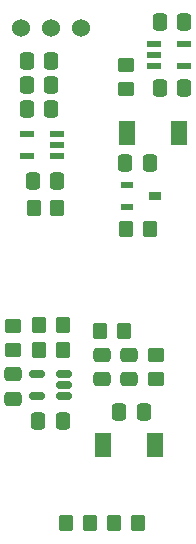
<source format=gbr>
%TF.GenerationSoftware,KiCad,Pcbnew,5.99.0-unknown-fc7f1d1d86~106~ubuntu20.04.1*%
%TF.CreationDate,2021-01-14T15:04:19+11:00*%
%TF.ProjectId,esp32-s2-feather,65737033-322d-4733-922d-666561746865,rev?*%
%TF.SameCoordinates,Original*%
%TF.FileFunction,Paste,Bot*%
%TF.FilePolarity,Positive*%
%FSLAX46Y46*%
G04 Gerber Fmt 4.6, Leading zero omitted, Abs format (unit mm)*
G04 Created by KiCad (PCBNEW 5.99.0-unknown-fc7f1d1d86~106~ubuntu20.04.1) date 2021-01-14 15:04:19*
%MOMM*%
%LPD*%
G01*
G04 APERTURE LIST*
G04 Aperture macros list*
%AMRoundRect*
0 Rectangle with rounded corners*
0 $1 Rounding radius*
0 $2 $3 $4 $5 $6 $7 $8 $9 X,Y pos of 4 corners*
0 Add a 4 corners polygon primitive as box body*
4,1,4,$2,$3,$4,$5,$6,$7,$8,$9,$2,$3,0*
0 Add four circle primitives for the rounded corners*
1,1,$1+$1,$2,$3,0*
1,1,$1+$1,$4,$5,0*
1,1,$1+$1,$6,$7,0*
1,1,$1+$1,$8,$9,0*
0 Add four rect primitives between the rounded corners*
20,1,$1+$1,$2,$3,$4,$5,0*
20,1,$1+$1,$4,$5,$6,$7,0*
20,1,$1+$1,$6,$7,$8,$9,0*
20,1,$1+$1,$8,$9,$2,$3,0*%
G04 Aperture macros list end*
%ADD10RoundRect,0.250000X-0.475000X0.337500X-0.475000X-0.337500X0.475000X-0.337500X0.475000X0.337500X0*%
%ADD11RoundRect,0.250000X0.350000X0.450000X-0.350000X0.450000X-0.350000X-0.450000X0.350000X-0.450000X0*%
%ADD12R,1.400000X2.100000*%
%ADD13RoundRect,0.250000X0.337500X0.475000X-0.337500X0.475000X-0.337500X-0.475000X0.337500X-0.475000X0*%
%ADD14RoundRect,0.250000X-0.337500X-0.475000X0.337500X-0.475000X0.337500X0.475000X-0.337500X0.475000X0*%
%ADD15RoundRect,0.250000X0.450000X-0.350000X0.450000X0.350000X-0.450000X0.350000X-0.450000X-0.350000X0*%
%ADD16C,1.524000*%
%ADD17R,1.100000X0.600000*%
%ADD18R,1.100000X0.700000*%
%ADD19RoundRect,0.250000X-0.450000X0.350000X-0.450000X-0.350000X0.450000X-0.350000X0.450000X0.350000X0*%
%ADD20RoundRect,0.150000X0.512500X0.150000X-0.512500X0.150000X-0.512500X-0.150000X0.512500X-0.150000X0*%
%ADD21R,1.210000X0.590000*%
%ADD22RoundRect,0.250000X-0.350000X-0.450000X0.350000X-0.450000X0.350000X0.450000X-0.350000X0.450000X0*%
%ADD23RoundRect,0.250000X0.475000X-0.337500X0.475000X0.337500X-0.475000X0.337500X-0.475000X-0.337500X0*%
G04 APERTURE END LIST*
D10*
%TO.C,C13*%
X186944000Y-84814500D03*
X186944000Y-86889500D03*
%TD*%
D11*
%TO.C,R11*%
X183180199Y-72390001D03*
X181180199Y-72390001D03*
%TD*%
D12*
%TO.C,D4*%
X189062000Y-66040000D03*
X193462000Y-66040000D03*
%TD*%
D13*
%TO.C,C3*%
X190521500Y-89662000D03*
X188446500Y-89662000D03*
%TD*%
D14*
%TO.C,C8*%
X180602800Y-64008000D03*
X182677800Y-64008000D03*
%TD*%
D13*
%TO.C,C6*%
X183181900Y-70104000D03*
X181106900Y-70104000D03*
%TD*%
D15*
%TO.C,R3*%
X179451000Y-84439000D03*
X179451000Y-82439000D03*
%TD*%
D11*
%TO.C,R5*%
X183626000Y-84455000D03*
X181626000Y-84455000D03*
%TD*%
D14*
%TO.C,C4*%
X188954500Y-68580000D03*
X191029500Y-68580000D03*
%TD*%
%TO.C,C2*%
X181588500Y-90424000D03*
X183663500Y-90424000D03*
%TD*%
%TO.C,C11*%
X180598900Y-59944000D03*
X182673900Y-59944000D03*
%TD*%
%TO.C,C10*%
X180598900Y-61976000D03*
X182673900Y-61976000D03*
%TD*%
D11*
%TO.C,R4*%
X183626000Y-82296000D03*
X181626000Y-82296000D03*
%TD*%
D16*
%TO.C,GND*%
X185166000Y-57150000D03*
X182626000Y-57150000D03*
X180086000Y-57150000D03*
%TD*%
D17*
%TO.C,Q1*%
X189046000Y-72324000D03*
X189046000Y-70424000D03*
D18*
X191446000Y-71374000D03*
%TD*%
D12*
%TO.C,D1*%
X191430000Y-92456000D03*
X187030000Y-92456000D03*
%TD*%
D10*
%TO.C,C12*%
X189230000Y-84814500D03*
X189230000Y-86889500D03*
%TD*%
D19*
%TO.C,R13*%
X191516000Y-84852000D03*
X191516000Y-86852000D03*
%TD*%
D11*
%TO.C,R6*%
X190992000Y-74168000D03*
X188992000Y-74168000D03*
%TD*%
D20*
%TO.C,U1*%
X183763500Y-86426000D03*
X183763500Y-87376000D03*
X183763500Y-88326000D03*
X181488500Y-88326000D03*
X181488500Y-86426000D03*
%TD*%
D21*
%TO.C,U3*%
X183149300Y-66106000D03*
X183149300Y-67056000D03*
X183149300Y-68006000D03*
X180639300Y-68006000D03*
X180639300Y-66106000D03*
%TD*%
D13*
%TO.C,C9*%
X193950500Y-56642000D03*
X191875500Y-56642000D03*
%TD*%
D15*
%TO.C,R12*%
X188976000Y-62341000D03*
X188976000Y-60341000D03*
%TD*%
D11*
%TO.C,R1*%
X185912000Y-99060000D03*
X183912000Y-99060000D03*
%TD*%
D22*
%TO.C,R2*%
X187976000Y-99060000D03*
X189976000Y-99060000D03*
%TD*%
D14*
%TO.C,C7*%
X191875500Y-62230000D03*
X193950500Y-62230000D03*
%TD*%
D11*
%TO.C,R14*%
X188833000Y-82804000D03*
X186833000Y-82804000D03*
%TD*%
D23*
%TO.C,C1*%
X179451000Y-88540500D03*
X179451000Y-86465500D03*
%TD*%
D21*
%TO.C,U4*%
X191404000Y-60386000D03*
X191404000Y-59436000D03*
X191404000Y-58486000D03*
X193914000Y-58486000D03*
X193914000Y-60386000D03*
%TD*%
M02*

</source>
